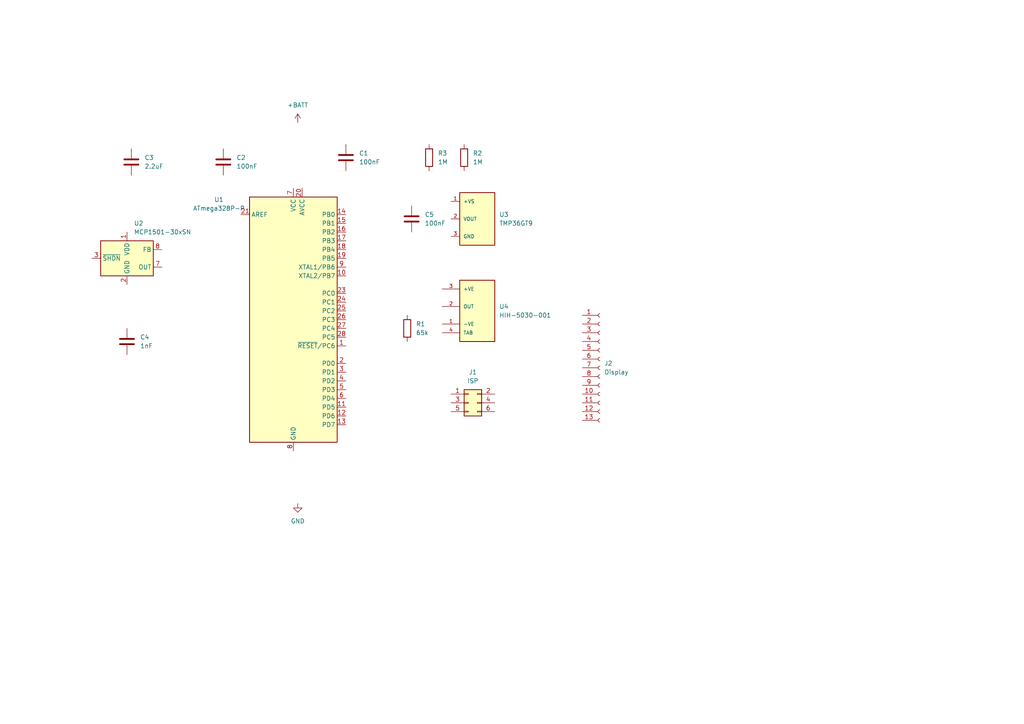
<source format=kicad_sch>
(kicad_sch (version 20211123) (generator eeschema)
  (paper "A4")
  (title_block (title "Thermidity") (date "2023-05-21") (rev "1.0.0") (company "torsten.roemer@luniks.net"))
  (lib_symbols
    (symbol "Connector:Conn_01x13_Female" (pin_names (offset 1.016) hide)
      (property "Reference" "J" (at 0 17.78 0))
      (property "Value" "Conn_01x13_Female" (at 0 -17.78 0))
      (symbol "Conn_01x13_Female_1_1"
        (arc (start 0 -14.732) (mid -0.508 -15.24) (end 0 -15.748) (stroke (width 0.1524)))
        (arc (start 0 -12.192) (mid -0.508 -12.7) (end 0 -13.208) (stroke (width 0.1524)))
        (arc (start 0 -9.652) (mid -0.508 -10.16) (end 0 -10.668) (stroke (width 0.1524)))
        (arc (start 0 -7.112) (mid -0.508 -7.62) (end 0 -8.128) (stroke (width 0.1524)))
        (arc (start 0 -4.572) (mid -0.508 -5.08) (end 0 -5.588) (stroke (width 0.1524)))
        (arc (start 0 -2.032) (mid -0.508 -2.54) (end 0 -3.048) (stroke (width 0.1524)))
        (polyline (pts (xy -1.27 -15.24) (xy -0.508 -15.24)) (stroke (width 0.1524)))
        (polyline (pts (xy -1.27 -12.7) (xy -0.508 -12.7)) (stroke (width 0.1524)))
        (polyline (pts (xy -1.27 -10.16) (xy -0.508 -10.16)) (stroke (width 0.1524)))
        (polyline (pts (xy -1.27 -7.62) (xy -0.508 -7.62)) (stroke (width 0.1524)))
        (polyline (pts (xy -1.27 -5.08) (xy -0.508 -5.08)) (stroke (width 0.1524)))
        (polyline (pts (xy -1.27 -2.54) (xy -0.508 -2.54)) (stroke (width 0.1524)))
        (polyline (pts (xy -1.27 0) (xy -0.508 0)) (stroke (width 0.1524)))
        (polyline (pts (xy -1.27 2.54) (xy -0.508 2.54)) (stroke (width 0.1524)))
        (polyline (pts (xy -1.27 5.08) (xy -0.508 5.08)) (stroke (width 0.1524)))
        (polyline (pts (xy -1.27 7.62) (xy -0.508 7.62)) (stroke (width 0.1524)))
        (polyline (pts (xy -1.27 10.16) (xy -0.508 10.16)) (stroke (width 0.1524)))
        (polyline (pts (xy -1.27 12.7) (xy -0.508 12.7)) (stroke (width 0.1524)))
        (polyline (pts (xy -1.27 15.24) (xy -0.508 15.24)) (stroke (width 0.1524)))
        (arc (start 0 0.508) (mid -0.508 0) (end 0 -0.508) (stroke (width 0.1524)))
        (arc (start 0 3.048) (mid -0.508 2.54) (end 0 2.032) (stroke (width 0.1524)))
        (arc (start 0 5.588) (mid -0.508 5.08) (end 0 4.572) (stroke (width 0.1524)))
        (arc (start 0 8.128) (mid -0.508 7.62) (end 0 7.112) (stroke (width 0.1524)))
        (arc (start 0 10.668) (mid -0.508 10.16) (end 0 9.652) (stroke (width 0.1524)))
        (arc (start 0 13.208) (mid -0.508 12.7) (end 0 12.192) (stroke (width 0.1524)))
        (arc (start 0 15.748) (mid -0.508 15.24) (end 0 14.732) (stroke (width 0.1524)))
        (pin passive line (at -5.08 15.24 0) (length 3.81) (name "Pin_1") (number "1"))
        (pin passive line (at -5.08 -7.62 0) (length 3.81) (name "Pin_10") (number "10"))
        (pin passive line (at -5.08 -10.16 0) (length 3.81) (name "Pin_11") (number "11"))
        (pin passive line (at -5.08 -12.7 0) (length 3.81) (name "Pin_12") (number "12"))
        (pin passive line (at -5.08 -15.24 0) (length 3.81) (name "Pin_13") (number "13"))
        (pin passive line (at -5.08 12.7 0) (length 3.81) (name "Pin_2") (number "2"))
        (pin passive line (at -5.08 10.16 0) (length 3.81) (name "Pin_3") (number "3"))
        (pin passive line (at -5.08 7.62 0) (length 3.81) (name "Pin_4") (number "4"))
        (pin passive line (at -5.08 5.08 0) (length 3.81) (name "Pin_5") (number "5"))
        (pin passive line (at -5.08 2.54 0) (length 3.81) (name "Pin_6") (number "6"))
        (pin passive line (at -5.08 0 0) (length 3.81) (name "Pin_7") (number "7"))
        (pin passive line (at -5.08 -2.54 0) (length 3.81) (name "Pin_8") (number "8"))
        (pin passive line (at -5.08 -5.08 0) (length 3.81) (name "Pin_9") (number "9"))
      )
    )
    (symbol "Connector_Generic:Conn_02x03_Odd_Even" (pin_names (offset 1.016) hide)
      (property "Reference" "J" (at 1.27 5.08 0))
      (property "Value" "Conn_02x03_Odd_Even" (at 1.27 -5.08 0))
      (symbol "Conn_02x03_Odd_Even_1_1"
        (rectangle (start -1.27 -2.413) (end 0 -2.667) (stroke (width 0.1524)))
        (rectangle (start -1.27 0.127) (end 0 -0.127) (stroke (width 0.1524)))
        (rectangle (start -1.27 2.667) (end 0 2.413) (stroke (width 0.1524)))
        (rectangle (start -1.27 3.81) (end 3.81 -3.81) (stroke (width 0.254)) (fill (type background)))
        (rectangle (start 3.81 -2.413) (end 2.54 -2.667) (stroke (width 0.1524)))
        (rectangle (start 3.81 0.127) (end 2.54 -0.127) (stroke (width 0.1524)))
        (rectangle (start 3.81 2.667) (end 2.54 2.413) (stroke (width 0.1524)))
        (pin passive line (at -5.08 2.54 0) (length 3.81) (name "Pin_1") (number "1"))
        (pin passive line (at 7.62 2.54 180) (length 3.81) (name "Pin_2") (number "2"))
        (pin passive line (at -5.08 0 0) (length 3.81) (name "Pin_3") (number "3"))
        (pin passive line (at 7.62 0 180) (length 3.81) (name "Pin_4") (number "4"))
        (pin passive line (at -5.08 -2.54 0) (length 3.81) (name "Pin_5") (number "5"))
        (pin passive line (at 7.62 -2.54 180) (length 3.81) (name "Pin_6") (number "6"))
      )
    )
    (symbol "Device:C" (pin_numbers hide) (pin_names (offset 0.254))
      (property "Reference" "C" (at 0.635 2.54 0))
      (property "Value" "C" (at 0.635 -2.54 0))
      (symbol "C_0_1"
        (polyline (pts (xy -2.032 -0.762) (xy 2.032 -0.762)) (stroke (width 0.508)))
        (polyline (pts (xy -2.032 0.762) (xy 2.032 0.762)) (stroke (width 0.508)))
      )
      (symbol "C_1_1"
        (pin passive line (at 0 3.81 270) (length 2.794) (name "~") (number "1"))
        (pin passive line (at 0 -3.81 90) (length 2.794) (name "~") (number "2"))
      )
    )
    (symbol "Device:R" (pin_numbers hide) (pin_names (offset 0))
      (property "Reference" "R" (at 2.032 0 90))
      (property "Value" "R" (at 0 0 90))
      (symbol "R_0_1"
        (rectangle (start -1.016 -2.54) (end 1.016 2.54) (stroke (width 0.254)))
      )
      (symbol "R_1_1"
        (pin passive line (at 0 3.81 270) (length 1.27) (name "~") (number "1"))
        (pin passive line (at 0 -3.81 90) (length 1.27) (name "~") (number "2"))
      )
    )
    (symbol "HIH-5030-001:HIH-5030-001" (pin_names (offset 1.016))
      (property "Reference" "U" (at -11.4679 10.8308 0))
      (property "Value" "HIH-5030-001" (at -11.4507 -10.8145 0))
      (symbol "HIH-5030-001_0_0"
        (rectangle (start -10.16 -7.62) (end 0 10.16) (stroke (width 0.254)) (fill (type background)))
        (pin power_in line (at 5.08 -2.54 180) (length 5.08) (name "-VE") (number "1"))
        (pin output line (at 5.08 2.54 180) (length 5.08) (name "OUT") (number "2"))
        (pin power_in line (at 5.08 7.62 180) (length 5.08) (name "+VE") (number "3"))
        (pin passive line (at 5.08 -5.08 180) (length 5.08) (name "TAB") (number "4"))
      )
    )
    (symbol "MCU_Microchip_ATmega:ATmega328P-P"
      (property "Reference" "U" (at -12.7 36.83 0))
      (property "Value" "ATmega328P-P" (at 2.54 -36.83 0))
      (symbol "ATmega328P-P_0_1"
        (rectangle (start -12.7 -35.56) (end 12.7 35.56) (stroke (width 0.254)) (fill (type background)))
      )
      (symbol "ATmega328P-P_1_1"
        (pin bidirectional line (at 15.24 -7.62 180) (length 2.54) (name "~{RESET}/PC6") (number "1"))
        (pin bidirectional line (at 15.24 12.7 180) (length 2.54) (name "XTAL2/PB7") (number "10"))
        (pin bidirectional line (at 15.24 -25.4 180) (length 2.54) (name "PD5") (number "11"))
        (pin bidirectional line (at 15.24 -27.94 180) (length 2.54) (name "PD6") (number "12"))
        (pin bidirectional line (at 15.24 -30.48 180) (length 2.54) (name "PD7") (number "13"))
        (pin bidirectional line (at 15.24 30.48 180) (length 2.54) (name "PB0") (number "14"))
        (pin bidirectional line (at 15.24 27.94 180) (length 2.54) (name "PB1") (number "15"))
        (pin bidirectional line (at 15.24 25.4 180) (length 2.54) (name "PB2") (number "16"))
        (pin bidirectional line (at 15.24 22.86 180) (length 2.54) (name "PB3") (number "17"))
        (pin bidirectional line (at 15.24 20.32 180) (length 2.54) (name "PB4") (number "18"))
        (pin bidirectional line (at 15.24 17.78 180) (length 2.54) (name "PB5") (number "19"))
        (pin bidirectional line (at 15.24 -12.7 180) (length 2.54) (name "PD0") (number "2"))
        (pin power_in line (at 2.54 38.1 270) (length 2.54) (name "AVCC") (number "20"))
        (pin passive line (at -15.24 30.48 0) (length 2.54) (name "AREF") (number "21"))
        (pin passive line (at 0 -38.1 90) (length 2.54) hide (name "GND") (number "22"))
        (pin bidirectional line (at 15.24 7.62 180) (length 2.54) (name "PC0") (number "23"))
        (pin bidirectional line (at 15.24 5.08 180) (length 2.54) (name "PC1") (number "24"))
        (pin bidirectional line (at 15.24 2.54 180) (length 2.54) (name "PC2") (number "25"))
        (pin bidirectional line (at 15.24 0 180) (length 2.54) (name "PC3") (number "26"))
        (pin bidirectional line (at 15.24 -2.54 180) (length 2.54) (name "PC4") (number "27"))
        (pin bidirectional line (at 15.24 -5.08 180) (length 2.54) (name "PC5") (number "28"))
        (pin bidirectional line (at 15.24 -15.24 180) (length 2.54) (name "PD1") (number "3"))
        (pin bidirectional line (at 15.24 -17.78 180) (length 2.54) (name "PD2") (number "4"))
        (pin bidirectional line (at 15.24 -20.32 180) (length 2.54) (name "PD3") (number "5"))
        (pin bidirectional line (at 15.24 -22.86 180) (length 2.54) (name "PD4") (number "6"))
        (pin power_in line (at 0 38.1 270) (length 2.54) (name "VCC") (number "7"))
        (pin power_in line (at 0 -38.1 90) (length 2.54) (name "GND") (number "8"))
        (pin bidirectional line (at 15.24 15.24 180) (length 2.54) (name "XTAL1/PB6") (number "9"))
      )
    )
    (symbol "Reference_Voltage:MCP1501-30xSN"
      (property "Reference" "U" (at -5.08 6.35 0))
      (property "Value" "MCP1501-30xSN" (at 11.43 6.35 0))
      (symbol "MCP1501-30xSN_0_0"
        (pin power_in line (at 0 7.62 270) (length 2.54) (name "VDD") (number "1"))
        (pin power_in line (at 0 -7.62 90) (length 2.54) (name "GND") (number "2"))
        (pin input line (at -10.16 0 0) (length 2.54) (name "~{SHDN}") (number "3"))
        (pin passive line (at 0 -7.62 90) (length 2.54) hide (name "GND") (number "4"))
        (pin passive line (at 0 -7.62 90) (length 2.54) hide (name "GND") (number "5"))
        (pin passive line (at 0 -7.62 90) (length 2.54) hide (name "GND") (number "6"))
        (pin power_out line (at 10.16 -2.54 180) (length 2.54) (name "OUT") (number "7"))
        (pin input line (at 10.16 2.54 180) (length 2.54) (name "FB") (number "8"))
      )
      (symbol "MCP1501-30xSN_0_1"
        (rectangle (start -7.62 5.08) (end 7.62 -5.08) (stroke (width 0.254)) (fill (type background)))
      )
    )
    (symbol "TMP36GT9:TMP36GT9" (pin_names (offset 1.016))
      (property "Reference" "U" (at -5.0829 7.6244 0))
      (property "Value" "TMP36GT9" (at -5.08 -10.16 0))
      (symbol "TMP36GT9_0_0"
        (rectangle (start -5.08 -7.62) (end 5.08 7.62) (stroke (width 0.254)) (fill (type background)))
        (pin power_in line (at 7.62 5.08 180) (length 2.54) (name "+VS") (number "1"))
        (pin output line (at 7.62 0 180) (length 2.54) (name "VOUT") (number "2"))
        (pin power_in line (at 7.62 -5.08 180) (length 2.54) (name "GND") (number "3"))
      )
    )
    (symbol "power:+BATT" (power) (pin_names (offset 0))
      (property "Value" "+BATT" (at 0 3.556 0))
      (symbol "+BATT_0_1"
        (polyline (pts (xy -0.762 1.27) (xy 0 2.54)))
        (polyline (pts (xy 0 0) (xy 0 2.54)))
        (polyline (pts (xy 0 2.54) (xy 0.762 1.27)))
      )
      (symbol "+BATT_1_1"
        (pin power_in line (at 0 0 90) (length 0) hide (name "+BATT") (number "1"))
      )
    )
    (symbol "power:GND" (power) (pin_names (offset 0))
      (property "Value" "GND" (at 0 -3.81 0))
      (symbol "GND_0_1"
        (polyline (pts (xy 0 0) (xy 0 -1.27) (xy 1.27 -1.27) (xy 0 -2.54) (xy -1.27 -1.27) (xy 0 -1.27)))
      )
      (symbol "GND_1_1"
        (pin power_in line (at 0 0 270) (length 0) hide (name "GND") (number "1"))
      )
    )
  )
  (symbol (lib_id "Device:C") (at 119.38 63.5 0) (unit 1)
    (property "Reference" "C5" (at 123.19 62.2299 0) (effects (justify left)))
    (property "Value" "100nF" (at 123.19 64.7699 0) (effects (justify left)))
    (property "Footprint" "Capacitor_SMD:C_1206_3216Metric_Pad1.33x1.80mm_HandSolder" (effects hide))
  )
  (symbol (lib_id "power:GND") (at 86.36 146.05 0) (unit 1)
    (property "Reference" "#PWR?" (effects hide))
    (property "Value" "GND" (at 86.36 151.13 0))
  )
  (symbol (lib_id "Connector:Conn_01x13_Female") (at 173.99 106.68 0) (unit 1)
    (property "Reference" "J2" (at 175.26 105.4099 0) (effects (justify left)))
    (property "Value" "Display" (at 175.26 107.9499 0) (effects (justify left)))
  )
  (symbol (lib_id "Device:C") (at 38.1 46.99 0) (unit 1)
    (property "Reference" "C3" (at 41.91 45.7199 0) (effects (justify left)))
    (property "Value" "2.2uF" (at 41.91 48.2599 0) (effects (justify left)))
    (property "Footprint" "Capacitor_SMD:C_1206_3216Metric_Pad1.33x1.80mm_HandSolder" (effects hide))
  )
  (symbol (lib_id "Connector_Generic:Conn_02x03_Odd_Even") (at 135.89 116.84 0) (unit 1)
    (property "Reference" "J1" (at 137.16 107.95 0))
    (property "Value" "ISP" (at 137.16 110.49 0))
  )
  (symbol (lib_id "power:+BATT") (at 86.36 35.56 0) (unit 1)
    (property "Reference" "#PWR1" (effects hide))
    (property "Value" "+BATT" (at 86.36 30.48 0))
  )
  (symbol (lib_id "Device:C") (at 100.33 45.72 0) (unit 1)
    (property "Reference" "C1" (at 104.14 44.4499 0) (effects (justify left)))
    (property "Value" "100nF" (at 104.14 46.9899 0) (effects (justify left)))
    (property "Footprint" "Capacitor_SMD:C_1206_3216Metric_Pad1.33x1.80mm_HandSolder" (effects hide))
  )
  (symbol (lib_id "Device:C") (at 64.77 46.99 0) (unit 1)
    (property "Reference" "C2" (at 68.58 45.7199 0) (effects (justify left)))
    (property "Value" "100nF" (at 68.58 48.2599 0) (effects (justify left)))
    (property "Footprint" "Capacitor_SMD:C_1206_3216Metric_Pad1.33x1.80mm_HandSolder" (effects hide))
  )
  (symbol (lib_id "MCU_Microchip_ATmega:ATmega328P-P") (at 85.09 92.71 0) (unit 1)
    (property "Reference" "U1" (at 63.5 57.8993 0))
    (property "Value" "ATmega328P-P" (at 63.5 60.4393 0))
    (property "Footprint" "Package_DIP:DIP-28_W7.62mm" (effects hide))
    (property "Datasheet" "http://ww1.microchip.com/downloads/en/DeviceDoc/ATmega328_P%20AVR%20MCU%20with%20picoPower%20Technology%20Data%20Sheet%2040001984A.pdf" (effects hide))
  )
  (symbol (lib_id "Reference_Voltage:MCP1501-30xSN") (at 36.83 74.93 0) (unit 1)
    (property "Reference" "U2" (at 38.8494 64.77 0) (effects (justify left)))
    (property "Value" "MCP1501-30xSN" (at 38.8494 67.31 0) (effects (justify left)))
    (property "Footprint" "Package_SO:SOIC-8_3.9x4.9mm_P1.27mm" (effects hide))
    (property "Datasheet" "http://ww1.microchip.com/downloads/en/DeviceDoc/20005474E.pdf" (effects hide))
  )
  (symbol (lib_id "Device:R") (at 118.11 95.25 0) (unit 1)
    (property "Reference" "R1" (at 120.65 93.9799 0) (effects (justify left)))
    (property "Value" "65k" (at 120.65 96.5199 0) (effects (justify left)))
    (property "Footprint" "Capacitor_SMD:C_0805_2012Metric_Pad1.18x1.45mm_HandSolder" (effects hide))
  )
  (symbol (lib_id "TMP36GT9:TMP36GT9") (at 138.43 63.5 0) (mirror y) (unit 1)
    (property "Reference" "U3" (at 144.78 62.2299 0) (effects (justify right)))
    (property "Value" "TMP36GT9" (at 144.78 64.7699 0) (effects (justify right)))
    (property "Footprint" "XDCR_TMP36GT9" (effects hide))
    (property "PARTREV" "H" (effects hide))
    (property "MANUFACTURER" "ANALOG DEVICE" (effects hide))
  )
  (symbol (lib_id "Device:R") (at 134.62 45.72 0) (unit 1)
    (property "Reference" "R2" (at 137.16 44.4499 0) (effects (justify left)))
    (property "Value" "1M" (at 137.16 46.9899 0) (effects (justify left)))
    (property "Footprint" "Capacitor_SMD:C_0805_2012Metric_Pad1.18x1.45mm_HandSolder" (effects hide))
  )
  (symbol (lib_id "HIH-5030-001:HIH-5030-001") (at 133.35 91.44 0) (mirror y) (unit 1)
    (property "Reference" "U4" (at 144.78 88.8999 0) (effects (justify right)))
    (property "Value" "HIH-5030-001" (at 144.78 91.4399 0) (effects (justify right)))
    (property "Footprint" "HONEYWELL_HIH-5030-001" (effects hide))
    (property "PACKAGE" "None" (effects hide))
    (property "MF" "Honeywell" (effects hide))
    (property "PRICE" "$6.78 USD" (effects hide))
    (property "MP" "HIH-5030-001" (effects hide))
    (property "AVAILABILITY" "Good" (effects hide))
  )
  (symbol (lib_id "Device:R") (at 124.46 45.72 0) (unit 1)
    (property "Reference" "R3" (at 127 44.4499 0) (effects (justify left)))
    (property "Value" "1M" (at 127 46.9899 0) (effects (justify left)))
    (property "Footprint" "Capacitor_SMD:C_0805_2012Metric_Pad1.18x1.45mm_HandSolder" (effects hide))
  )
  (symbol (lib_id "Device:C") (at 36.83 99.06 0) (unit 1)
    (property "Reference" "C4" (at 40.64 97.7899 0) (effects (justify left)))
    (property "Value" "1nF" (at 40.64 100.3299 0) (effects (justify left)))
    (property "Footprint" "Capacitor_SMD:C_1206_3216Metric_Pad1.33x1.80mm_HandSolder" (effects hide))
  )
)
</source>
